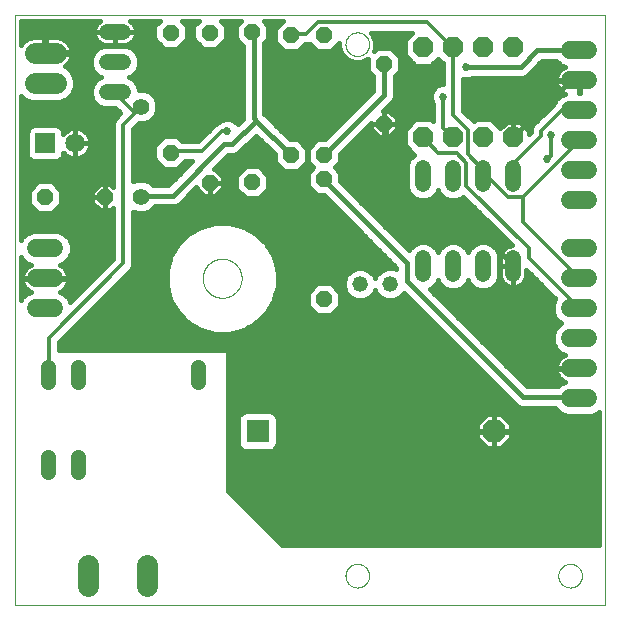
<source format=gbl>
G75*
%MOIN*%
%OFA0B0*%
%FSLAX25Y25*%
%IPPOS*%
%LPD*%
%AMOC8*
5,1,8,0,0,1.08239X$1,22.5*
%
%ADD10C,0.00000*%
%ADD11OC8,0.05200*%
%ADD12C,0.05543*%
%ADD13C,0.05200*%
%ADD14C,0.07050*%
%ADD15OC8,0.06800*%
%ADD16C,0.05200*%
%ADD17R,0.07600X0.07600*%
%ADD18OC8,0.07600*%
%ADD19C,0.05150*%
%ADD20C,0.06000*%
%ADD21C,0.07087*%
%ADD22R,0.06500X0.06500*%
%ADD23C,0.06500*%
%ADD24C,0.01500*%
%ADD25C,0.01600*%
%ADD26C,0.02700*%
%ADD27C,0.01200*%
D10*
X0004541Y0018008D02*
X0201391Y0018008D01*
X0201391Y0214858D01*
X0004541Y0214858D01*
X0004541Y0018008D01*
X0067167Y0127000D02*
X0067169Y0127161D01*
X0067175Y0127321D01*
X0067185Y0127482D01*
X0067199Y0127642D01*
X0067217Y0127802D01*
X0067238Y0127961D01*
X0067264Y0128120D01*
X0067294Y0128278D01*
X0067327Y0128435D01*
X0067365Y0128592D01*
X0067406Y0128747D01*
X0067451Y0128901D01*
X0067500Y0129054D01*
X0067553Y0129206D01*
X0067609Y0129357D01*
X0067670Y0129506D01*
X0067733Y0129654D01*
X0067801Y0129800D01*
X0067872Y0129944D01*
X0067946Y0130086D01*
X0068024Y0130227D01*
X0068106Y0130365D01*
X0068191Y0130502D01*
X0068279Y0130636D01*
X0068371Y0130768D01*
X0068466Y0130898D01*
X0068564Y0131026D01*
X0068665Y0131151D01*
X0068769Y0131273D01*
X0068876Y0131393D01*
X0068986Y0131510D01*
X0069099Y0131625D01*
X0069215Y0131736D01*
X0069334Y0131845D01*
X0069455Y0131950D01*
X0069579Y0132053D01*
X0069705Y0132153D01*
X0069833Y0132249D01*
X0069964Y0132342D01*
X0070098Y0132432D01*
X0070233Y0132519D01*
X0070371Y0132602D01*
X0070510Y0132682D01*
X0070652Y0132758D01*
X0070795Y0132831D01*
X0070940Y0132900D01*
X0071087Y0132966D01*
X0071235Y0133028D01*
X0071385Y0133086D01*
X0071536Y0133141D01*
X0071689Y0133192D01*
X0071843Y0133239D01*
X0071998Y0133282D01*
X0072154Y0133321D01*
X0072310Y0133357D01*
X0072468Y0133388D01*
X0072626Y0133416D01*
X0072785Y0133440D01*
X0072945Y0133460D01*
X0073105Y0133476D01*
X0073265Y0133488D01*
X0073426Y0133496D01*
X0073587Y0133500D01*
X0073747Y0133500D01*
X0073908Y0133496D01*
X0074069Y0133488D01*
X0074229Y0133476D01*
X0074389Y0133460D01*
X0074549Y0133440D01*
X0074708Y0133416D01*
X0074866Y0133388D01*
X0075024Y0133357D01*
X0075180Y0133321D01*
X0075336Y0133282D01*
X0075491Y0133239D01*
X0075645Y0133192D01*
X0075798Y0133141D01*
X0075949Y0133086D01*
X0076099Y0133028D01*
X0076247Y0132966D01*
X0076394Y0132900D01*
X0076539Y0132831D01*
X0076682Y0132758D01*
X0076824Y0132682D01*
X0076963Y0132602D01*
X0077101Y0132519D01*
X0077236Y0132432D01*
X0077370Y0132342D01*
X0077501Y0132249D01*
X0077629Y0132153D01*
X0077755Y0132053D01*
X0077879Y0131950D01*
X0078000Y0131845D01*
X0078119Y0131736D01*
X0078235Y0131625D01*
X0078348Y0131510D01*
X0078458Y0131393D01*
X0078565Y0131273D01*
X0078669Y0131151D01*
X0078770Y0131026D01*
X0078868Y0130898D01*
X0078963Y0130768D01*
X0079055Y0130636D01*
X0079143Y0130502D01*
X0079228Y0130365D01*
X0079310Y0130227D01*
X0079388Y0130086D01*
X0079462Y0129944D01*
X0079533Y0129800D01*
X0079601Y0129654D01*
X0079664Y0129506D01*
X0079725Y0129357D01*
X0079781Y0129206D01*
X0079834Y0129054D01*
X0079883Y0128901D01*
X0079928Y0128747D01*
X0079969Y0128592D01*
X0080007Y0128435D01*
X0080040Y0128278D01*
X0080070Y0128120D01*
X0080096Y0127961D01*
X0080117Y0127802D01*
X0080135Y0127642D01*
X0080149Y0127482D01*
X0080159Y0127321D01*
X0080165Y0127161D01*
X0080167Y0127000D01*
X0080165Y0126839D01*
X0080159Y0126679D01*
X0080149Y0126518D01*
X0080135Y0126358D01*
X0080117Y0126198D01*
X0080096Y0126039D01*
X0080070Y0125880D01*
X0080040Y0125722D01*
X0080007Y0125565D01*
X0079969Y0125408D01*
X0079928Y0125253D01*
X0079883Y0125099D01*
X0079834Y0124946D01*
X0079781Y0124794D01*
X0079725Y0124643D01*
X0079664Y0124494D01*
X0079601Y0124346D01*
X0079533Y0124200D01*
X0079462Y0124056D01*
X0079388Y0123914D01*
X0079310Y0123773D01*
X0079228Y0123635D01*
X0079143Y0123498D01*
X0079055Y0123364D01*
X0078963Y0123232D01*
X0078868Y0123102D01*
X0078770Y0122974D01*
X0078669Y0122849D01*
X0078565Y0122727D01*
X0078458Y0122607D01*
X0078348Y0122490D01*
X0078235Y0122375D01*
X0078119Y0122264D01*
X0078000Y0122155D01*
X0077879Y0122050D01*
X0077755Y0121947D01*
X0077629Y0121847D01*
X0077501Y0121751D01*
X0077370Y0121658D01*
X0077236Y0121568D01*
X0077101Y0121481D01*
X0076963Y0121398D01*
X0076824Y0121318D01*
X0076682Y0121242D01*
X0076539Y0121169D01*
X0076394Y0121100D01*
X0076247Y0121034D01*
X0076099Y0120972D01*
X0075949Y0120914D01*
X0075798Y0120859D01*
X0075645Y0120808D01*
X0075491Y0120761D01*
X0075336Y0120718D01*
X0075180Y0120679D01*
X0075024Y0120643D01*
X0074866Y0120612D01*
X0074708Y0120584D01*
X0074549Y0120560D01*
X0074389Y0120540D01*
X0074229Y0120524D01*
X0074069Y0120512D01*
X0073908Y0120504D01*
X0073747Y0120500D01*
X0073587Y0120500D01*
X0073426Y0120504D01*
X0073265Y0120512D01*
X0073105Y0120524D01*
X0072945Y0120540D01*
X0072785Y0120560D01*
X0072626Y0120584D01*
X0072468Y0120612D01*
X0072310Y0120643D01*
X0072154Y0120679D01*
X0071998Y0120718D01*
X0071843Y0120761D01*
X0071689Y0120808D01*
X0071536Y0120859D01*
X0071385Y0120914D01*
X0071235Y0120972D01*
X0071087Y0121034D01*
X0070940Y0121100D01*
X0070795Y0121169D01*
X0070652Y0121242D01*
X0070510Y0121318D01*
X0070371Y0121398D01*
X0070233Y0121481D01*
X0070098Y0121568D01*
X0069964Y0121658D01*
X0069833Y0121751D01*
X0069705Y0121847D01*
X0069579Y0121947D01*
X0069455Y0122050D01*
X0069334Y0122155D01*
X0069215Y0122264D01*
X0069099Y0122375D01*
X0068986Y0122490D01*
X0068876Y0122607D01*
X0068769Y0122727D01*
X0068665Y0122849D01*
X0068564Y0122974D01*
X0068466Y0123102D01*
X0068371Y0123232D01*
X0068279Y0123364D01*
X0068191Y0123498D01*
X0068106Y0123635D01*
X0068024Y0123773D01*
X0067946Y0123914D01*
X0067872Y0124056D01*
X0067801Y0124200D01*
X0067733Y0124346D01*
X0067670Y0124494D01*
X0067609Y0124643D01*
X0067553Y0124794D01*
X0067500Y0124946D01*
X0067451Y0125099D01*
X0067406Y0125253D01*
X0067365Y0125408D01*
X0067327Y0125565D01*
X0067294Y0125722D01*
X0067264Y0125880D01*
X0067238Y0126039D01*
X0067217Y0126198D01*
X0067199Y0126358D01*
X0067185Y0126518D01*
X0067175Y0126679D01*
X0067169Y0126839D01*
X0067167Y0127000D01*
X0114777Y0205016D02*
X0114779Y0205141D01*
X0114785Y0205266D01*
X0114795Y0205390D01*
X0114809Y0205514D01*
X0114826Y0205638D01*
X0114848Y0205761D01*
X0114874Y0205883D01*
X0114903Y0206005D01*
X0114936Y0206125D01*
X0114974Y0206244D01*
X0115014Y0206363D01*
X0115059Y0206479D01*
X0115107Y0206594D01*
X0115159Y0206708D01*
X0115215Y0206820D01*
X0115274Y0206930D01*
X0115336Y0207038D01*
X0115402Y0207145D01*
X0115471Y0207249D01*
X0115544Y0207350D01*
X0115619Y0207450D01*
X0115698Y0207547D01*
X0115780Y0207641D01*
X0115865Y0207733D01*
X0115952Y0207822D01*
X0116043Y0207908D01*
X0116136Y0207991D01*
X0116232Y0208072D01*
X0116330Y0208149D01*
X0116430Y0208223D01*
X0116533Y0208294D01*
X0116638Y0208361D01*
X0116746Y0208426D01*
X0116855Y0208486D01*
X0116966Y0208544D01*
X0117079Y0208597D01*
X0117193Y0208647D01*
X0117309Y0208694D01*
X0117426Y0208736D01*
X0117545Y0208775D01*
X0117665Y0208811D01*
X0117786Y0208842D01*
X0117908Y0208870D01*
X0118030Y0208893D01*
X0118154Y0208913D01*
X0118278Y0208929D01*
X0118402Y0208941D01*
X0118527Y0208949D01*
X0118652Y0208953D01*
X0118776Y0208953D01*
X0118901Y0208949D01*
X0119026Y0208941D01*
X0119150Y0208929D01*
X0119274Y0208913D01*
X0119398Y0208893D01*
X0119520Y0208870D01*
X0119642Y0208842D01*
X0119763Y0208811D01*
X0119883Y0208775D01*
X0120002Y0208736D01*
X0120119Y0208694D01*
X0120235Y0208647D01*
X0120349Y0208597D01*
X0120462Y0208544D01*
X0120573Y0208486D01*
X0120683Y0208426D01*
X0120790Y0208361D01*
X0120895Y0208294D01*
X0120998Y0208223D01*
X0121098Y0208149D01*
X0121196Y0208072D01*
X0121292Y0207991D01*
X0121385Y0207908D01*
X0121476Y0207822D01*
X0121563Y0207733D01*
X0121648Y0207641D01*
X0121730Y0207547D01*
X0121809Y0207450D01*
X0121884Y0207350D01*
X0121957Y0207249D01*
X0122026Y0207145D01*
X0122092Y0207038D01*
X0122154Y0206930D01*
X0122213Y0206820D01*
X0122269Y0206708D01*
X0122321Y0206594D01*
X0122369Y0206479D01*
X0122414Y0206363D01*
X0122454Y0206244D01*
X0122492Y0206125D01*
X0122525Y0206005D01*
X0122554Y0205883D01*
X0122580Y0205761D01*
X0122602Y0205638D01*
X0122619Y0205514D01*
X0122633Y0205390D01*
X0122643Y0205266D01*
X0122649Y0205141D01*
X0122651Y0205016D01*
X0122649Y0204891D01*
X0122643Y0204766D01*
X0122633Y0204642D01*
X0122619Y0204518D01*
X0122602Y0204394D01*
X0122580Y0204271D01*
X0122554Y0204149D01*
X0122525Y0204027D01*
X0122492Y0203907D01*
X0122454Y0203788D01*
X0122414Y0203669D01*
X0122369Y0203553D01*
X0122321Y0203438D01*
X0122269Y0203324D01*
X0122213Y0203212D01*
X0122154Y0203102D01*
X0122092Y0202994D01*
X0122026Y0202887D01*
X0121957Y0202783D01*
X0121884Y0202682D01*
X0121809Y0202582D01*
X0121730Y0202485D01*
X0121648Y0202391D01*
X0121563Y0202299D01*
X0121476Y0202210D01*
X0121385Y0202124D01*
X0121292Y0202041D01*
X0121196Y0201960D01*
X0121098Y0201883D01*
X0120998Y0201809D01*
X0120895Y0201738D01*
X0120790Y0201671D01*
X0120682Y0201606D01*
X0120573Y0201546D01*
X0120462Y0201488D01*
X0120349Y0201435D01*
X0120235Y0201385D01*
X0120119Y0201338D01*
X0120002Y0201296D01*
X0119883Y0201257D01*
X0119763Y0201221D01*
X0119642Y0201190D01*
X0119520Y0201162D01*
X0119398Y0201139D01*
X0119274Y0201119D01*
X0119150Y0201103D01*
X0119026Y0201091D01*
X0118901Y0201083D01*
X0118776Y0201079D01*
X0118652Y0201079D01*
X0118527Y0201083D01*
X0118402Y0201091D01*
X0118278Y0201103D01*
X0118154Y0201119D01*
X0118030Y0201139D01*
X0117908Y0201162D01*
X0117786Y0201190D01*
X0117665Y0201221D01*
X0117545Y0201257D01*
X0117426Y0201296D01*
X0117309Y0201338D01*
X0117193Y0201385D01*
X0117079Y0201435D01*
X0116966Y0201488D01*
X0116855Y0201546D01*
X0116745Y0201606D01*
X0116638Y0201671D01*
X0116533Y0201738D01*
X0116430Y0201809D01*
X0116330Y0201883D01*
X0116232Y0201960D01*
X0116136Y0202041D01*
X0116043Y0202124D01*
X0115952Y0202210D01*
X0115865Y0202299D01*
X0115780Y0202391D01*
X0115698Y0202485D01*
X0115619Y0202582D01*
X0115544Y0202682D01*
X0115471Y0202783D01*
X0115402Y0202887D01*
X0115336Y0202994D01*
X0115274Y0203102D01*
X0115215Y0203212D01*
X0115159Y0203324D01*
X0115107Y0203438D01*
X0115059Y0203553D01*
X0115014Y0203669D01*
X0114974Y0203788D01*
X0114936Y0203907D01*
X0114903Y0204027D01*
X0114874Y0204149D01*
X0114848Y0204271D01*
X0114826Y0204394D01*
X0114809Y0204518D01*
X0114795Y0204642D01*
X0114785Y0204766D01*
X0114779Y0204891D01*
X0114777Y0205016D01*
X0114777Y0027850D02*
X0114779Y0027975D01*
X0114785Y0028100D01*
X0114795Y0028224D01*
X0114809Y0028348D01*
X0114826Y0028472D01*
X0114848Y0028595D01*
X0114874Y0028717D01*
X0114903Y0028839D01*
X0114936Y0028959D01*
X0114974Y0029078D01*
X0115014Y0029197D01*
X0115059Y0029313D01*
X0115107Y0029428D01*
X0115159Y0029542D01*
X0115215Y0029654D01*
X0115274Y0029764D01*
X0115336Y0029872D01*
X0115402Y0029979D01*
X0115471Y0030083D01*
X0115544Y0030184D01*
X0115619Y0030284D01*
X0115698Y0030381D01*
X0115780Y0030475D01*
X0115865Y0030567D01*
X0115952Y0030656D01*
X0116043Y0030742D01*
X0116136Y0030825D01*
X0116232Y0030906D01*
X0116330Y0030983D01*
X0116430Y0031057D01*
X0116533Y0031128D01*
X0116638Y0031195D01*
X0116746Y0031260D01*
X0116855Y0031320D01*
X0116966Y0031378D01*
X0117079Y0031431D01*
X0117193Y0031481D01*
X0117309Y0031528D01*
X0117426Y0031570D01*
X0117545Y0031609D01*
X0117665Y0031645D01*
X0117786Y0031676D01*
X0117908Y0031704D01*
X0118030Y0031727D01*
X0118154Y0031747D01*
X0118278Y0031763D01*
X0118402Y0031775D01*
X0118527Y0031783D01*
X0118652Y0031787D01*
X0118776Y0031787D01*
X0118901Y0031783D01*
X0119026Y0031775D01*
X0119150Y0031763D01*
X0119274Y0031747D01*
X0119398Y0031727D01*
X0119520Y0031704D01*
X0119642Y0031676D01*
X0119763Y0031645D01*
X0119883Y0031609D01*
X0120002Y0031570D01*
X0120119Y0031528D01*
X0120235Y0031481D01*
X0120349Y0031431D01*
X0120462Y0031378D01*
X0120573Y0031320D01*
X0120683Y0031260D01*
X0120790Y0031195D01*
X0120895Y0031128D01*
X0120998Y0031057D01*
X0121098Y0030983D01*
X0121196Y0030906D01*
X0121292Y0030825D01*
X0121385Y0030742D01*
X0121476Y0030656D01*
X0121563Y0030567D01*
X0121648Y0030475D01*
X0121730Y0030381D01*
X0121809Y0030284D01*
X0121884Y0030184D01*
X0121957Y0030083D01*
X0122026Y0029979D01*
X0122092Y0029872D01*
X0122154Y0029764D01*
X0122213Y0029654D01*
X0122269Y0029542D01*
X0122321Y0029428D01*
X0122369Y0029313D01*
X0122414Y0029197D01*
X0122454Y0029078D01*
X0122492Y0028959D01*
X0122525Y0028839D01*
X0122554Y0028717D01*
X0122580Y0028595D01*
X0122602Y0028472D01*
X0122619Y0028348D01*
X0122633Y0028224D01*
X0122643Y0028100D01*
X0122649Y0027975D01*
X0122651Y0027850D01*
X0122649Y0027725D01*
X0122643Y0027600D01*
X0122633Y0027476D01*
X0122619Y0027352D01*
X0122602Y0027228D01*
X0122580Y0027105D01*
X0122554Y0026983D01*
X0122525Y0026861D01*
X0122492Y0026741D01*
X0122454Y0026622D01*
X0122414Y0026503D01*
X0122369Y0026387D01*
X0122321Y0026272D01*
X0122269Y0026158D01*
X0122213Y0026046D01*
X0122154Y0025936D01*
X0122092Y0025828D01*
X0122026Y0025721D01*
X0121957Y0025617D01*
X0121884Y0025516D01*
X0121809Y0025416D01*
X0121730Y0025319D01*
X0121648Y0025225D01*
X0121563Y0025133D01*
X0121476Y0025044D01*
X0121385Y0024958D01*
X0121292Y0024875D01*
X0121196Y0024794D01*
X0121098Y0024717D01*
X0120998Y0024643D01*
X0120895Y0024572D01*
X0120790Y0024505D01*
X0120682Y0024440D01*
X0120573Y0024380D01*
X0120462Y0024322D01*
X0120349Y0024269D01*
X0120235Y0024219D01*
X0120119Y0024172D01*
X0120002Y0024130D01*
X0119883Y0024091D01*
X0119763Y0024055D01*
X0119642Y0024024D01*
X0119520Y0023996D01*
X0119398Y0023973D01*
X0119274Y0023953D01*
X0119150Y0023937D01*
X0119026Y0023925D01*
X0118901Y0023917D01*
X0118776Y0023913D01*
X0118652Y0023913D01*
X0118527Y0023917D01*
X0118402Y0023925D01*
X0118278Y0023937D01*
X0118154Y0023953D01*
X0118030Y0023973D01*
X0117908Y0023996D01*
X0117786Y0024024D01*
X0117665Y0024055D01*
X0117545Y0024091D01*
X0117426Y0024130D01*
X0117309Y0024172D01*
X0117193Y0024219D01*
X0117079Y0024269D01*
X0116966Y0024322D01*
X0116855Y0024380D01*
X0116745Y0024440D01*
X0116638Y0024505D01*
X0116533Y0024572D01*
X0116430Y0024643D01*
X0116330Y0024717D01*
X0116232Y0024794D01*
X0116136Y0024875D01*
X0116043Y0024958D01*
X0115952Y0025044D01*
X0115865Y0025133D01*
X0115780Y0025225D01*
X0115698Y0025319D01*
X0115619Y0025416D01*
X0115544Y0025516D01*
X0115471Y0025617D01*
X0115402Y0025721D01*
X0115336Y0025828D01*
X0115274Y0025936D01*
X0115215Y0026046D01*
X0115159Y0026158D01*
X0115107Y0026272D01*
X0115059Y0026387D01*
X0115014Y0026503D01*
X0114974Y0026622D01*
X0114936Y0026741D01*
X0114903Y0026861D01*
X0114874Y0026983D01*
X0114848Y0027105D01*
X0114826Y0027228D01*
X0114809Y0027352D01*
X0114795Y0027476D01*
X0114785Y0027600D01*
X0114779Y0027725D01*
X0114777Y0027850D01*
X0185730Y0027850D02*
X0185732Y0027975D01*
X0185738Y0028100D01*
X0185748Y0028224D01*
X0185762Y0028348D01*
X0185779Y0028472D01*
X0185801Y0028595D01*
X0185827Y0028717D01*
X0185856Y0028839D01*
X0185889Y0028959D01*
X0185927Y0029078D01*
X0185967Y0029197D01*
X0186012Y0029313D01*
X0186060Y0029428D01*
X0186112Y0029542D01*
X0186168Y0029654D01*
X0186227Y0029764D01*
X0186289Y0029872D01*
X0186355Y0029979D01*
X0186424Y0030083D01*
X0186497Y0030184D01*
X0186572Y0030284D01*
X0186651Y0030381D01*
X0186733Y0030475D01*
X0186818Y0030567D01*
X0186905Y0030656D01*
X0186996Y0030742D01*
X0187089Y0030825D01*
X0187185Y0030906D01*
X0187283Y0030983D01*
X0187383Y0031057D01*
X0187486Y0031128D01*
X0187591Y0031195D01*
X0187699Y0031260D01*
X0187808Y0031320D01*
X0187919Y0031378D01*
X0188032Y0031431D01*
X0188146Y0031481D01*
X0188262Y0031528D01*
X0188379Y0031570D01*
X0188498Y0031609D01*
X0188618Y0031645D01*
X0188739Y0031676D01*
X0188861Y0031704D01*
X0188983Y0031727D01*
X0189107Y0031747D01*
X0189231Y0031763D01*
X0189355Y0031775D01*
X0189480Y0031783D01*
X0189605Y0031787D01*
X0189729Y0031787D01*
X0189854Y0031783D01*
X0189979Y0031775D01*
X0190103Y0031763D01*
X0190227Y0031747D01*
X0190351Y0031727D01*
X0190473Y0031704D01*
X0190595Y0031676D01*
X0190716Y0031645D01*
X0190836Y0031609D01*
X0190955Y0031570D01*
X0191072Y0031528D01*
X0191188Y0031481D01*
X0191302Y0031431D01*
X0191415Y0031378D01*
X0191526Y0031320D01*
X0191636Y0031260D01*
X0191743Y0031195D01*
X0191848Y0031128D01*
X0191951Y0031057D01*
X0192051Y0030983D01*
X0192149Y0030906D01*
X0192245Y0030825D01*
X0192338Y0030742D01*
X0192429Y0030656D01*
X0192516Y0030567D01*
X0192601Y0030475D01*
X0192683Y0030381D01*
X0192762Y0030284D01*
X0192837Y0030184D01*
X0192910Y0030083D01*
X0192979Y0029979D01*
X0193045Y0029872D01*
X0193107Y0029764D01*
X0193166Y0029654D01*
X0193222Y0029542D01*
X0193274Y0029428D01*
X0193322Y0029313D01*
X0193367Y0029197D01*
X0193407Y0029078D01*
X0193445Y0028959D01*
X0193478Y0028839D01*
X0193507Y0028717D01*
X0193533Y0028595D01*
X0193555Y0028472D01*
X0193572Y0028348D01*
X0193586Y0028224D01*
X0193596Y0028100D01*
X0193602Y0027975D01*
X0193604Y0027850D01*
X0193602Y0027725D01*
X0193596Y0027600D01*
X0193586Y0027476D01*
X0193572Y0027352D01*
X0193555Y0027228D01*
X0193533Y0027105D01*
X0193507Y0026983D01*
X0193478Y0026861D01*
X0193445Y0026741D01*
X0193407Y0026622D01*
X0193367Y0026503D01*
X0193322Y0026387D01*
X0193274Y0026272D01*
X0193222Y0026158D01*
X0193166Y0026046D01*
X0193107Y0025936D01*
X0193045Y0025828D01*
X0192979Y0025721D01*
X0192910Y0025617D01*
X0192837Y0025516D01*
X0192762Y0025416D01*
X0192683Y0025319D01*
X0192601Y0025225D01*
X0192516Y0025133D01*
X0192429Y0025044D01*
X0192338Y0024958D01*
X0192245Y0024875D01*
X0192149Y0024794D01*
X0192051Y0024717D01*
X0191951Y0024643D01*
X0191848Y0024572D01*
X0191743Y0024505D01*
X0191635Y0024440D01*
X0191526Y0024380D01*
X0191415Y0024322D01*
X0191302Y0024269D01*
X0191188Y0024219D01*
X0191072Y0024172D01*
X0190955Y0024130D01*
X0190836Y0024091D01*
X0190716Y0024055D01*
X0190595Y0024024D01*
X0190473Y0023996D01*
X0190351Y0023973D01*
X0190227Y0023953D01*
X0190103Y0023937D01*
X0189979Y0023925D01*
X0189854Y0023917D01*
X0189729Y0023913D01*
X0189605Y0023913D01*
X0189480Y0023917D01*
X0189355Y0023925D01*
X0189231Y0023937D01*
X0189107Y0023953D01*
X0188983Y0023973D01*
X0188861Y0023996D01*
X0188739Y0024024D01*
X0188618Y0024055D01*
X0188498Y0024091D01*
X0188379Y0024130D01*
X0188262Y0024172D01*
X0188146Y0024219D01*
X0188032Y0024269D01*
X0187919Y0024322D01*
X0187808Y0024380D01*
X0187698Y0024440D01*
X0187591Y0024505D01*
X0187486Y0024572D01*
X0187383Y0024643D01*
X0187283Y0024717D01*
X0187185Y0024794D01*
X0187089Y0024875D01*
X0186996Y0024958D01*
X0186905Y0025044D01*
X0186818Y0025133D01*
X0186733Y0025225D01*
X0186651Y0025319D01*
X0186572Y0025416D01*
X0186497Y0025516D01*
X0186424Y0025617D01*
X0186355Y0025721D01*
X0186289Y0025828D01*
X0186227Y0025936D01*
X0186168Y0026046D01*
X0186112Y0026158D01*
X0186060Y0026272D01*
X0186012Y0026387D01*
X0185967Y0026503D01*
X0185927Y0026622D01*
X0185889Y0026741D01*
X0185856Y0026861D01*
X0185827Y0026983D01*
X0185801Y0027105D01*
X0185779Y0027228D01*
X0185762Y0027352D01*
X0185748Y0027476D01*
X0185738Y0027600D01*
X0185732Y0027725D01*
X0185730Y0027850D01*
D11*
X0107667Y0120000D03*
X0107667Y0160000D03*
X0107667Y0168000D03*
X0096667Y0168000D03*
X0083698Y0159000D03*
X0069509Y0158906D03*
X0056509Y0168906D03*
X0034667Y0154000D03*
X0014667Y0154000D03*
X0056509Y0208906D03*
X0069509Y0208906D03*
X0083698Y0209000D03*
X0096667Y0208000D03*
X0107667Y0208000D03*
X0127619Y0198449D03*
X0127619Y0178449D03*
D12*
X0046509Y0184220D03*
X0046509Y0154220D03*
D13*
X0040550Y0189094D02*
X0035350Y0189094D01*
X0035350Y0199094D02*
X0040550Y0199094D01*
X0040550Y0209094D02*
X0035350Y0209094D01*
X0140667Y0163600D02*
X0140667Y0158400D01*
X0150667Y0158400D02*
X0150667Y0163600D01*
X0160667Y0163600D02*
X0160667Y0158400D01*
X0170667Y0158400D02*
X0170667Y0163600D01*
X0170667Y0133600D02*
X0170667Y0128400D01*
X0160667Y0128400D02*
X0160667Y0133600D01*
X0150667Y0133600D02*
X0150667Y0128400D01*
X0140667Y0128400D02*
X0140667Y0133600D01*
D14*
X0048509Y0031525D02*
X0048509Y0024475D01*
X0028824Y0024475D02*
X0028824Y0031525D01*
D15*
X0140667Y0174000D03*
X0150667Y0174000D03*
X0160667Y0174000D03*
X0170667Y0174000D03*
X0170667Y0204000D03*
X0160667Y0204000D03*
X0150667Y0204000D03*
X0140667Y0204000D03*
D16*
X0129667Y0125000D03*
X0119667Y0125000D03*
D17*
X0085549Y0076000D03*
D18*
X0164289Y0076000D03*
D19*
X0065667Y0092425D02*
X0065667Y0097575D01*
X0025667Y0097575D02*
X0025667Y0092425D01*
X0015667Y0092425D02*
X0015667Y0097575D01*
X0015667Y0067575D02*
X0015667Y0062425D01*
X0025667Y0062425D02*
X0025667Y0067575D01*
D20*
X0017667Y0117000D02*
X0011667Y0117000D01*
X0011667Y0127000D02*
X0017667Y0127000D01*
X0017667Y0137000D02*
X0011667Y0137000D01*
X0189667Y0137000D02*
X0195667Y0137000D01*
X0195667Y0127000D02*
X0189667Y0127000D01*
X0189667Y0117000D02*
X0195667Y0117000D01*
X0195667Y0107000D02*
X0189667Y0107000D01*
X0189667Y0097000D02*
X0195667Y0097000D01*
X0195667Y0087000D02*
X0189667Y0087000D01*
X0189667Y0153000D02*
X0195667Y0153000D01*
X0195667Y0163000D02*
X0189667Y0163000D01*
X0189667Y0173000D02*
X0195667Y0173000D01*
X0195667Y0183000D02*
X0189667Y0183000D01*
X0189667Y0193000D02*
X0195667Y0193000D01*
X0195667Y0203000D02*
X0189667Y0203000D01*
D21*
X0018210Y0202000D02*
X0011123Y0202000D01*
X0011123Y0192000D02*
X0018210Y0192000D01*
D22*
X0014667Y0172000D03*
D23*
X0024667Y0172000D03*
D24*
X0046767Y0154550D02*
X0046509Y0154220D01*
X0046767Y0154550D02*
X0057217Y0154550D01*
X0074267Y0171600D01*
X0077017Y0171600D01*
X0084992Y0179575D01*
X0084167Y0180400D01*
X0084167Y0209000D01*
X0083698Y0209000D01*
X0084992Y0179575D02*
X0096267Y0168300D01*
X0096667Y0168000D01*
X0107667Y0168000D02*
X0107817Y0168300D01*
X0127617Y0188100D01*
X0127617Y0198000D01*
X0127619Y0198449D01*
X0127619Y0178449D02*
X0128167Y0178200D01*
X0128167Y0162800D01*
X0151817Y0139150D01*
X0162817Y0139150D01*
X0170517Y0131450D01*
X0170667Y0131000D01*
X0135317Y0132000D02*
X0135317Y0125950D01*
X0173817Y0087450D01*
X0192517Y0087450D01*
X0192667Y0087000D01*
X0135317Y0132000D02*
X0107817Y0159500D01*
X0107667Y0160000D01*
X0155117Y0197450D02*
X0173267Y0197450D01*
X0178767Y0202950D01*
X0192517Y0202950D01*
X0192667Y0203000D01*
X0192667Y0193000D02*
X0192517Y0192500D01*
X0189217Y0192500D01*
X0171067Y0174350D01*
X0170667Y0174000D01*
D25*
X0170667Y0174000D01*
X0170667Y0179200D01*
X0172821Y0179200D01*
X0175867Y0176154D01*
X0175867Y0175158D01*
X0176467Y0175758D01*
X0176467Y0176676D01*
X0176984Y0177926D01*
X0183584Y0184526D01*
X0184330Y0185271D01*
X0184750Y0186285D01*
X0186381Y0187917D01*
X0187874Y0188535D01*
X0187824Y0188552D01*
X0187151Y0188895D01*
X0186540Y0189339D01*
X0186005Y0189873D01*
X0185561Y0190484D01*
X0185218Y0191157D01*
X0184985Y0191876D01*
X0184867Y0192622D01*
X0184867Y0192800D01*
X0192467Y0192800D01*
X0192867Y0192800D01*
X0192867Y0188800D01*
X0192467Y0188800D01*
X0192467Y0192800D01*
X0192467Y0193200D01*
X0184867Y0193200D01*
X0184867Y0193378D01*
X0184985Y0194124D01*
X0185218Y0194843D01*
X0185561Y0195516D01*
X0186005Y0196127D01*
X0186540Y0196661D01*
X0187151Y0197105D01*
X0187824Y0197448D01*
X0187874Y0197465D01*
X0186381Y0198083D01*
X0185064Y0199400D01*
X0180237Y0199400D01*
X0176276Y0195439D01*
X0175278Y0194440D01*
X0173973Y0193900D01*
X0157391Y0193900D01*
X0155942Y0193300D01*
X0154291Y0193300D01*
X0154117Y0193372D01*
X0154117Y0182908D01*
X0157462Y0179563D01*
X0158099Y0180200D01*
X0163235Y0180200D01*
X0166374Y0177061D01*
X0168513Y0179200D01*
X0170667Y0179200D01*
X0170667Y0174000D01*
X0170667Y0174617D02*
X0170667Y0174617D01*
X0170667Y0176215D02*
X0170667Y0176215D01*
X0170667Y0177814D02*
X0170667Y0177814D01*
X0174207Y0177814D02*
X0176938Y0177814D01*
X0176467Y0176215D02*
X0175805Y0176215D01*
X0178471Y0179412D02*
X0164022Y0179412D01*
X0165621Y0177814D02*
X0167127Y0177814D01*
X0156014Y0181011D02*
X0180069Y0181011D01*
X0181668Y0182609D02*
X0154416Y0182609D01*
X0154117Y0184208D02*
X0183266Y0184208D01*
X0184551Y0185806D02*
X0154117Y0185806D01*
X0154117Y0187405D02*
X0185869Y0187405D01*
X0187001Y0189003D02*
X0154117Y0189003D01*
X0154117Y0190602D02*
X0185501Y0190602D01*
X0184933Y0192201D02*
X0154117Y0192201D01*
X0157147Y0193799D02*
X0184933Y0193799D01*
X0185501Y0195398D02*
X0176235Y0195398D01*
X0177833Y0196996D02*
X0187001Y0196996D01*
X0185870Y0198595D02*
X0179432Y0198595D01*
X0192467Y0192201D02*
X0192867Y0192201D01*
X0192867Y0190602D02*
X0192467Y0190602D01*
X0192467Y0189003D02*
X0192867Y0189003D01*
X0155921Y0152238D02*
X0120099Y0152238D01*
X0118501Y0153836D02*
X0137594Y0153836D01*
X0137608Y0153822D02*
X0139593Y0153000D01*
X0141741Y0153000D01*
X0143726Y0153822D01*
X0145245Y0155341D01*
X0145667Y0156360D01*
X0146089Y0155341D01*
X0147608Y0153822D01*
X0149593Y0153000D01*
X0151741Y0153000D01*
X0153726Y0153822D01*
X0154031Y0154127D01*
X0170181Y0137978D01*
X0169636Y0137892D01*
X0168978Y0137678D01*
X0168361Y0137363D01*
X0167800Y0136956D01*
X0167311Y0136466D01*
X0166903Y0135906D01*
X0166589Y0135289D01*
X0166375Y0134630D01*
X0166267Y0133946D01*
X0166267Y0131000D01*
X0166267Y0128054D01*
X0166375Y0127370D01*
X0166589Y0126711D01*
X0166903Y0126094D01*
X0167311Y0125534D01*
X0167800Y0125044D01*
X0168361Y0124637D01*
X0168978Y0124322D01*
X0169636Y0124108D01*
X0170320Y0124000D01*
X0170667Y0124000D01*
X0171013Y0124000D01*
X0171697Y0124108D01*
X0172356Y0124322D01*
X0172973Y0124637D01*
X0173533Y0125044D01*
X0174023Y0125534D01*
X0174430Y0126094D01*
X0174744Y0126711D01*
X0174958Y0127370D01*
X0175067Y0128054D01*
X0175067Y0129792D01*
X0184698Y0120160D01*
X0183867Y0118154D01*
X0183867Y0115846D01*
X0184750Y0113715D01*
X0186381Y0112083D01*
X0186582Y0112000D01*
X0186381Y0111917D01*
X0184750Y0110285D01*
X0183867Y0108154D01*
X0183867Y0105846D01*
X0184750Y0103715D01*
X0186381Y0102083D01*
X0187874Y0101465D01*
X0187824Y0101448D01*
X0187151Y0101105D01*
X0186540Y0100661D01*
X0186005Y0100127D01*
X0185561Y0099516D01*
X0185218Y0098843D01*
X0184985Y0098124D01*
X0184867Y0097378D01*
X0184867Y0097200D01*
X0192467Y0097200D01*
X0192467Y0096800D01*
X0184867Y0096800D01*
X0184867Y0096622D01*
X0184985Y0095876D01*
X0185218Y0095157D01*
X0185561Y0094484D01*
X0186005Y0093873D01*
X0186540Y0093339D01*
X0187151Y0092895D01*
X0187824Y0092552D01*
X0187874Y0092535D01*
X0186381Y0091917D01*
X0185464Y0091000D01*
X0175287Y0091000D01*
X0142834Y0123453D01*
X0143726Y0123822D01*
X0145245Y0125341D01*
X0145667Y0126360D01*
X0146089Y0125341D01*
X0147608Y0123822D01*
X0149593Y0123000D01*
X0151741Y0123000D01*
X0153726Y0123822D01*
X0155245Y0125341D01*
X0155667Y0126360D01*
X0156089Y0125341D01*
X0157608Y0123822D01*
X0159593Y0123000D01*
X0161741Y0123000D01*
X0163726Y0123822D01*
X0165245Y0125341D01*
X0166067Y0127326D01*
X0166067Y0134674D01*
X0165245Y0136659D01*
X0163726Y0138178D01*
X0161741Y0139000D01*
X0159593Y0139000D01*
X0157608Y0138178D01*
X0156089Y0136659D01*
X0155667Y0135640D01*
X0155245Y0136659D01*
X0153726Y0138178D01*
X0151741Y0139000D01*
X0149593Y0139000D01*
X0147608Y0138178D01*
X0146089Y0136659D01*
X0145667Y0135640D01*
X0145245Y0136659D01*
X0143726Y0138178D01*
X0141741Y0139000D01*
X0139593Y0139000D01*
X0137608Y0138178D01*
X0136089Y0136659D01*
X0135969Y0136369D01*
X0113067Y0159270D01*
X0113067Y0162237D01*
X0111303Y0164000D01*
X0113067Y0165763D01*
X0113067Y0168530D01*
X0123219Y0178682D01*
X0123219Y0178449D01*
X0127619Y0178449D01*
X0127619Y0178449D01*
X0127619Y0182849D01*
X0127386Y0182849D01*
X0129628Y0185090D01*
X0130626Y0186089D01*
X0131167Y0187394D01*
X0131167Y0194359D01*
X0133019Y0196212D01*
X0133019Y0200686D01*
X0129856Y0203849D01*
X0125383Y0203849D01*
X0124143Y0202609D01*
X0124651Y0203835D01*
X0124651Y0206197D01*
X0123747Y0208379D01*
X0123226Y0208900D01*
X0136799Y0208900D01*
X0134467Y0206568D01*
X0134467Y0201432D01*
X0138099Y0197800D01*
X0143235Y0197800D01*
X0145667Y0200232D01*
X0147317Y0198582D01*
X0147317Y0191700D01*
X0146591Y0191700D01*
X0145066Y0191068D01*
X0143898Y0189901D01*
X0143267Y0188375D01*
X0143267Y0186725D01*
X0143898Y0185199D01*
X0144017Y0185081D01*
X0144017Y0179418D01*
X0143235Y0180200D01*
X0138099Y0180200D01*
X0134467Y0176568D01*
X0134467Y0171432D01*
X0137688Y0168211D01*
X0137608Y0168178D01*
X0136089Y0166659D01*
X0135267Y0164674D01*
X0135267Y0157326D01*
X0136089Y0155341D01*
X0137608Y0153822D01*
X0136050Y0155435D02*
X0116902Y0155435D01*
X0115304Y0157033D02*
X0135388Y0157033D01*
X0135267Y0158632D02*
X0113705Y0158632D01*
X0113067Y0160230D02*
X0135267Y0160230D01*
X0135267Y0161829D02*
X0113067Y0161829D01*
X0111876Y0163427D02*
X0135267Y0163427D01*
X0135412Y0165026D02*
X0112329Y0165026D01*
X0113067Y0166624D02*
X0136074Y0166624D01*
X0137676Y0168223D02*
X0113067Y0168223D01*
X0114358Y0169821D02*
X0136077Y0169821D01*
X0134479Y0171420D02*
X0115957Y0171420D01*
X0117555Y0173018D02*
X0134467Y0173018D01*
X0134467Y0174617D02*
X0130010Y0174617D01*
X0129442Y0174049D02*
X0132019Y0176626D01*
X0132019Y0178449D01*
X0132019Y0180271D01*
X0129442Y0182849D01*
X0127619Y0182849D01*
X0127619Y0178449D01*
X0127619Y0178449D01*
X0123219Y0178449D01*
X0123219Y0176626D01*
X0125797Y0174049D01*
X0127619Y0174049D01*
X0127619Y0178449D01*
X0127619Y0178449D01*
X0127620Y0178449D02*
X0132019Y0178449D01*
X0127620Y0178449D01*
X0127620Y0178449D01*
X0127619Y0178449D02*
X0127619Y0174049D01*
X0129442Y0174049D01*
X0127619Y0174617D02*
X0127619Y0174617D01*
X0127619Y0176215D02*
X0127619Y0176215D01*
X0127619Y0177814D02*
X0127619Y0177814D01*
X0127619Y0179412D02*
X0127619Y0179412D01*
X0127619Y0181011D02*
X0127619Y0181011D01*
X0127619Y0182609D02*
X0127619Y0182609D01*
X0128745Y0184208D02*
X0144017Y0184208D01*
X0144017Y0182609D02*
X0129681Y0182609D01*
X0131280Y0181011D02*
X0144017Y0181011D01*
X0143647Y0185806D02*
X0130344Y0185806D01*
X0129628Y0185090D02*
X0129628Y0185090D01*
X0131167Y0187405D02*
X0143267Y0187405D01*
X0143527Y0189003D02*
X0131167Y0189003D01*
X0131167Y0190602D02*
X0144600Y0190602D01*
X0147317Y0192201D02*
X0131167Y0192201D01*
X0131167Y0193799D02*
X0147317Y0193799D01*
X0147317Y0195398D02*
X0132205Y0195398D01*
X0133019Y0196996D02*
X0147317Y0196996D01*
X0147304Y0198595D02*
X0144029Y0198595D01*
X0145628Y0200193D02*
X0145705Y0200193D01*
X0137304Y0198595D02*
X0133019Y0198595D01*
X0133019Y0200193D02*
X0135705Y0200193D01*
X0134467Y0201792D02*
X0131913Y0201792D01*
X0130315Y0203390D02*
X0134467Y0203390D01*
X0134467Y0204989D02*
X0124651Y0204989D01*
X0124489Y0206587D02*
X0134486Y0206587D01*
X0136084Y0208186D02*
X0123827Y0208186D01*
X0124467Y0203390D02*
X0124924Y0203390D01*
X0122219Y0200125D02*
X0122219Y0196212D01*
X0124067Y0194365D01*
X0124067Y0189570D01*
X0107896Y0173400D01*
X0105430Y0173400D01*
X0102267Y0170237D01*
X0102267Y0165763D01*
X0104030Y0164000D01*
X0102267Y0162237D01*
X0102267Y0157763D01*
X0105430Y0154600D01*
X0107696Y0154600D01*
X0131767Y0130530D01*
X0131767Y0129975D01*
X0130741Y0130400D01*
X0128593Y0130400D01*
X0126608Y0129578D01*
X0125089Y0128059D01*
X0124667Y0127040D01*
X0124245Y0128059D01*
X0122726Y0129578D01*
X0120741Y0130400D01*
X0118593Y0130400D01*
X0116608Y0129578D01*
X0115089Y0128059D01*
X0114267Y0126074D01*
X0114267Y0123926D01*
X0115089Y0121941D01*
X0116608Y0120422D01*
X0118593Y0119600D01*
X0120741Y0119600D01*
X0122726Y0120422D01*
X0124245Y0121941D01*
X0124667Y0122960D01*
X0125089Y0121941D01*
X0126608Y0120422D01*
X0128593Y0119600D01*
X0130741Y0119600D01*
X0132726Y0120422D01*
X0134245Y0121941D01*
X0134262Y0121984D01*
X0171806Y0084440D01*
X0173111Y0083900D01*
X0184673Y0083900D01*
X0184750Y0083715D01*
X0186381Y0082083D01*
X0188513Y0081200D01*
X0196820Y0081200D01*
X0198952Y0082083D01*
X0199391Y0082522D01*
X0199391Y0038000D01*
X0093667Y0038000D01*
X0075667Y0056000D01*
X0075667Y0103000D01*
X0019367Y0103000D01*
X0019367Y0105842D01*
X0042643Y0129118D01*
X0043599Y0130074D01*
X0044117Y0131324D01*
X0044117Y0149181D01*
X0045401Y0148649D01*
X0047617Y0148649D01*
X0049665Y0149497D01*
X0051168Y0151000D01*
X0057923Y0151000D01*
X0059228Y0151540D01*
X0065109Y0157422D01*
X0065109Y0157083D01*
X0067687Y0154506D01*
X0069509Y0154505D01*
X0069509Y0158905D01*
X0069509Y0158905D01*
X0069509Y0154506D01*
X0071332Y0154506D01*
X0073909Y0157083D01*
X0073909Y0158905D01*
X0069509Y0158905D01*
X0069509Y0158906D01*
X0073909Y0158906D01*
X0073909Y0160728D01*
X0071332Y0163305D01*
X0070993Y0163305D01*
X0075737Y0168050D01*
X0077723Y0168050D01*
X0079028Y0168590D01*
X0084992Y0174555D01*
X0091267Y0168280D01*
X0091267Y0165763D01*
X0094430Y0162600D01*
X0098903Y0162600D01*
X0102067Y0165763D01*
X0102067Y0170237D01*
X0098903Y0173400D01*
X0096187Y0173400D01*
X0088001Y0181586D01*
X0087717Y0181870D01*
X0087717Y0205382D01*
X0089098Y0206763D01*
X0089098Y0211237D01*
X0087477Y0212858D01*
X0093888Y0212858D01*
X0091267Y0210237D01*
X0091267Y0205763D01*
X0094430Y0202600D01*
X0098903Y0202600D01*
X0101353Y0205050D01*
X0102443Y0205050D01*
X0102823Y0205207D01*
X0105430Y0202600D01*
X0109903Y0202600D01*
X0112777Y0205474D01*
X0112777Y0203835D01*
X0113681Y0201653D01*
X0115351Y0199983D01*
X0117533Y0199079D01*
X0119895Y0199079D01*
X0122077Y0199983D01*
X0122219Y0200125D01*
X0122219Y0198595D02*
X0087717Y0198595D01*
X0087717Y0200193D02*
X0115140Y0200193D01*
X0113623Y0201792D02*
X0087717Y0201792D01*
X0087717Y0203390D02*
X0093640Y0203390D01*
X0092041Y0204989D02*
X0087717Y0204989D01*
X0088922Y0206587D02*
X0091267Y0206587D01*
X0091267Y0208186D02*
X0089098Y0208186D01*
X0089098Y0209784D02*
X0091267Y0209784D01*
X0092413Y0211383D02*
X0088952Y0211383D01*
X0079920Y0212858D02*
X0078298Y0211237D01*
X0078298Y0206763D01*
X0080617Y0204445D01*
X0080617Y0180220D01*
X0078816Y0178420D01*
X0077717Y0179518D01*
X0076192Y0180150D01*
X0074541Y0180150D01*
X0073016Y0179518D01*
X0072797Y0179299D01*
X0071791Y0178882D01*
X0070834Y0177926D01*
X0065708Y0172800D01*
X0060251Y0172800D01*
X0058746Y0174305D01*
X0054272Y0174305D01*
X0051109Y0171142D01*
X0051109Y0166669D01*
X0054272Y0163506D01*
X0058746Y0163506D01*
X0061240Y0166000D01*
X0063646Y0166000D01*
X0055746Y0158100D01*
X0050509Y0158100D01*
X0049665Y0158944D01*
X0047617Y0159792D01*
X0045401Y0159792D01*
X0044117Y0159260D01*
X0044117Y0176792D01*
X0045974Y0178649D01*
X0047617Y0178649D01*
X0049665Y0179497D01*
X0051233Y0181064D01*
X0052081Y0183112D01*
X0052081Y0185329D01*
X0051233Y0187377D01*
X0049665Y0188944D01*
X0047617Y0189792D01*
X0045950Y0189792D01*
X0045950Y0190169D01*
X0045128Y0192153D01*
X0043609Y0193672D01*
X0042590Y0194094D01*
X0043609Y0194517D01*
X0045128Y0196036D01*
X0045950Y0198020D01*
X0045950Y0200169D01*
X0045128Y0202153D01*
X0043609Y0203672D01*
X0041624Y0204494D01*
X0034276Y0204494D01*
X0032291Y0203672D01*
X0030772Y0202153D01*
X0029950Y0200169D01*
X0029950Y0198020D01*
X0030772Y0196036D01*
X0032291Y0194517D01*
X0033310Y0194094D01*
X0032291Y0193672D01*
X0030772Y0192153D01*
X0029950Y0190169D01*
X0029950Y0188020D01*
X0030772Y0186036D01*
X0032291Y0184517D01*
X0034276Y0183694D01*
X0038114Y0183694D01*
X0039758Y0182050D01*
X0037834Y0180126D01*
X0037317Y0178876D01*
X0037317Y0157573D01*
X0036489Y0158400D01*
X0034667Y0158400D01*
X0034667Y0154000D01*
X0034667Y0149600D01*
X0036489Y0149600D01*
X0037317Y0150427D01*
X0037317Y0133408D01*
X0023055Y0119147D01*
X0022584Y0120285D01*
X0020952Y0121917D01*
X0019459Y0122535D01*
X0019509Y0122552D01*
X0020182Y0122895D01*
X0020794Y0123339D01*
X0021328Y0123873D01*
X0021772Y0124484D01*
X0022115Y0125157D01*
X0022348Y0125876D01*
X0022467Y0126622D01*
X0022467Y0126800D01*
X0014867Y0126800D01*
X0014867Y0127200D01*
X0022467Y0127200D01*
X0022467Y0127378D01*
X0022348Y0128124D01*
X0022115Y0128843D01*
X0021772Y0129516D01*
X0021328Y0130127D01*
X0020794Y0130661D01*
X0020182Y0131105D01*
X0019509Y0131448D01*
X0019459Y0131465D01*
X0020952Y0132083D01*
X0022584Y0133715D01*
X0023467Y0135846D01*
X0023467Y0138154D01*
X0022584Y0140285D01*
X0020952Y0141917D01*
X0018820Y0142800D01*
X0010513Y0142800D01*
X0008381Y0141917D01*
X0006750Y0140285D01*
X0006541Y0139781D01*
X0006541Y0187612D01*
X0007530Y0186622D01*
X0009862Y0185657D01*
X0019472Y0185657D01*
X0021803Y0186622D01*
X0023588Y0188407D01*
X0024553Y0190738D01*
X0024553Y0193262D01*
X0023588Y0195593D01*
X0021803Y0197378D01*
X0021252Y0197606D01*
X0021691Y0197924D01*
X0022286Y0198519D01*
X0022780Y0199199D01*
X0023162Y0199949D01*
X0023422Y0200749D01*
X0023553Y0201579D01*
X0023553Y0201619D01*
X0015048Y0201619D01*
X0015048Y0202381D01*
X0023553Y0202381D01*
X0023553Y0202421D01*
X0023422Y0203251D01*
X0023162Y0204051D01*
X0022780Y0204800D01*
X0022286Y0205481D01*
X0021691Y0206076D01*
X0021010Y0206570D01*
X0020261Y0206952D01*
X0019461Y0207212D01*
X0018630Y0207343D01*
X0015048Y0207343D01*
X0015048Y0202381D01*
X0014286Y0202381D01*
X0014286Y0207343D01*
X0010703Y0207343D01*
X0009872Y0207212D01*
X0009072Y0206952D01*
X0008323Y0206570D01*
X0007642Y0206076D01*
X0007048Y0205481D01*
X0006553Y0204800D01*
X0006541Y0204776D01*
X0006541Y0212858D01*
X0033045Y0212858D01*
X0033044Y0212858D01*
X0032484Y0212451D01*
X0031994Y0211961D01*
X0031587Y0211401D01*
X0031272Y0210784D01*
X0031058Y0210125D01*
X0030950Y0209441D01*
X0030950Y0209095D01*
X0037950Y0209095D01*
X0037950Y0209094D01*
X0037950Y0209094D01*
X0037950Y0204694D01*
X0035004Y0204694D01*
X0034320Y0204803D01*
X0033661Y0205017D01*
X0033044Y0205331D01*
X0032484Y0205738D01*
X0031994Y0206228D01*
X0031587Y0206788D01*
X0031272Y0207405D01*
X0031058Y0208064D01*
X0030950Y0208748D01*
X0030950Y0209094D01*
X0037950Y0209094D01*
X0037950Y0204694D01*
X0040896Y0204694D01*
X0041580Y0204803D01*
X0042239Y0205017D01*
X0042856Y0205331D01*
X0043417Y0205738D01*
X0043906Y0206228D01*
X0044313Y0206788D01*
X0044628Y0207405D01*
X0044842Y0208064D01*
X0044950Y0208748D01*
X0044950Y0209094D01*
X0037950Y0209094D01*
X0037950Y0209095D01*
X0044950Y0209095D01*
X0044950Y0209441D01*
X0044842Y0210125D01*
X0044628Y0210784D01*
X0044313Y0211401D01*
X0043906Y0211961D01*
X0043417Y0212451D01*
X0042856Y0212858D01*
X0042855Y0212858D01*
X0052825Y0212858D01*
X0051109Y0211142D01*
X0051109Y0206669D01*
X0054272Y0203506D01*
X0058746Y0203506D01*
X0061909Y0206669D01*
X0061909Y0211142D01*
X0060193Y0212858D01*
X0065825Y0212858D01*
X0064109Y0211142D01*
X0064109Y0206669D01*
X0067272Y0203506D01*
X0071746Y0203506D01*
X0074909Y0206669D01*
X0074909Y0211142D01*
X0073193Y0212858D01*
X0079920Y0212858D01*
X0078444Y0211383D02*
X0074669Y0211383D01*
X0074909Y0209784D02*
X0078298Y0209784D01*
X0078298Y0208186D02*
X0074909Y0208186D01*
X0074828Y0206587D02*
X0078474Y0206587D01*
X0080073Y0204989D02*
X0073229Y0204989D01*
X0080617Y0203390D02*
X0043891Y0203390D01*
X0045278Y0201792D02*
X0080617Y0201792D01*
X0080617Y0200193D02*
X0045940Y0200193D01*
X0045950Y0198595D02*
X0080617Y0198595D01*
X0080617Y0196996D02*
X0045526Y0196996D01*
X0044490Y0195398D02*
X0080617Y0195398D01*
X0080617Y0193799D02*
X0043303Y0193799D01*
X0045081Y0192201D02*
X0080617Y0192201D01*
X0080617Y0190602D02*
X0045771Y0190602D01*
X0049521Y0189003D02*
X0080617Y0189003D01*
X0080617Y0187405D02*
X0051204Y0187405D01*
X0051883Y0185806D02*
X0080617Y0185806D01*
X0080617Y0184208D02*
X0052081Y0184208D01*
X0051873Y0182609D02*
X0080617Y0182609D01*
X0080617Y0181011D02*
X0051179Y0181011D01*
X0049461Y0179412D02*
X0072910Y0179412D01*
X0070722Y0177814D02*
X0045139Y0177814D01*
X0044117Y0176215D02*
X0069124Y0176215D01*
X0067525Y0174617D02*
X0044117Y0174617D01*
X0044117Y0173018D02*
X0052985Y0173018D01*
X0051387Y0171420D02*
X0044117Y0171420D01*
X0044117Y0169821D02*
X0051109Y0169821D01*
X0051109Y0168223D02*
X0044117Y0168223D01*
X0044117Y0166624D02*
X0051154Y0166624D01*
X0052752Y0165026D02*
X0044117Y0165026D01*
X0044117Y0163427D02*
X0061074Y0163427D01*
X0060266Y0165026D02*
X0062672Y0165026D01*
X0059475Y0161829D02*
X0044117Y0161829D01*
X0044117Y0160230D02*
X0057877Y0160230D01*
X0056278Y0158632D02*
X0049977Y0158632D01*
X0050807Y0150639D02*
X0111657Y0150639D01*
X0113255Y0149041D02*
X0048564Y0149041D01*
X0044455Y0149041D02*
X0044117Y0149041D01*
X0044117Y0147442D02*
X0114854Y0147442D01*
X0116453Y0145844D02*
X0044117Y0145844D01*
X0044117Y0144245D02*
X0066548Y0144245D01*
X0066526Y0144239D02*
X0062307Y0141804D01*
X0058863Y0138359D01*
X0056427Y0134141D01*
X0055167Y0129436D01*
X0055167Y0124564D01*
X0056427Y0119859D01*
X0058863Y0115641D01*
X0062307Y0112196D01*
X0066526Y0109761D01*
X0071231Y0108500D01*
X0076102Y0108500D01*
X0080807Y0109761D01*
X0085026Y0112196D01*
X0088470Y0115641D01*
X0090906Y0119859D01*
X0092167Y0124564D01*
X0092167Y0129436D01*
X0090906Y0134141D01*
X0088470Y0138359D01*
X0085026Y0141804D01*
X0080807Y0144239D01*
X0076102Y0145500D01*
X0071231Y0145500D01*
X0066526Y0144239D01*
X0063767Y0142647D02*
X0044117Y0142647D01*
X0044117Y0141048D02*
X0061552Y0141048D01*
X0059953Y0139450D02*
X0044117Y0139450D01*
X0044117Y0137851D02*
X0058570Y0137851D01*
X0057647Y0136253D02*
X0044117Y0136253D01*
X0044117Y0134654D02*
X0056724Y0134654D01*
X0056137Y0133056D02*
X0044117Y0133056D01*
X0044117Y0131457D02*
X0055708Y0131457D01*
X0055280Y0129859D02*
X0043384Y0129859D01*
X0041785Y0128260D02*
X0055167Y0128260D01*
X0055167Y0126662D02*
X0040187Y0126662D01*
X0038588Y0125063D02*
X0055167Y0125063D01*
X0055461Y0123465D02*
X0036990Y0123465D01*
X0035391Y0121866D02*
X0055890Y0121866D01*
X0056318Y0120268D02*
X0033792Y0120268D01*
X0032194Y0118669D02*
X0057115Y0118669D01*
X0058037Y0117070D02*
X0030595Y0117070D01*
X0028997Y0115472D02*
X0059032Y0115472D01*
X0060630Y0113873D02*
X0027398Y0113873D01*
X0025800Y0112275D02*
X0062229Y0112275D01*
X0064940Y0110676D02*
X0024201Y0110676D01*
X0022603Y0109078D02*
X0069074Y0109078D01*
X0075667Y0102684D02*
X0153562Y0102684D01*
X0151964Y0104282D02*
X0019367Y0104282D01*
X0019406Y0105881D02*
X0150365Y0105881D01*
X0148767Y0107479D02*
X0021004Y0107479D01*
X0022591Y0120268D02*
X0024176Y0120268D01*
X0025774Y0121866D02*
X0021003Y0121866D01*
X0020919Y0123465D02*
X0027373Y0123465D01*
X0028971Y0125063D02*
X0022067Y0125063D01*
X0022467Y0126662D02*
X0030570Y0126662D01*
X0032168Y0128260D02*
X0022304Y0128260D01*
X0021523Y0129859D02*
X0033767Y0129859D01*
X0035365Y0131457D02*
X0019482Y0131457D01*
X0021925Y0133056D02*
X0036964Y0133056D01*
X0037317Y0134654D02*
X0022973Y0134654D01*
X0023467Y0136253D02*
X0037317Y0136253D01*
X0037317Y0137851D02*
X0023467Y0137851D01*
X0022930Y0139450D02*
X0037317Y0139450D01*
X0037317Y0141048D02*
X0021821Y0141048D01*
X0019191Y0142647D02*
X0037317Y0142647D01*
X0037317Y0144245D02*
X0006541Y0144245D01*
X0006541Y0142647D02*
X0010143Y0142647D01*
X0007512Y0141048D02*
X0006541Y0141048D01*
X0006541Y0145844D02*
X0037317Y0145844D01*
X0037317Y0147442D02*
X0006541Y0147442D01*
X0006541Y0149041D02*
X0011989Y0149041D01*
X0012430Y0148600D02*
X0016903Y0148600D01*
X0020067Y0151763D01*
X0020067Y0156237D01*
X0016903Y0159400D01*
X0012430Y0159400D01*
X0009267Y0156237D01*
X0009267Y0151763D01*
X0012430Y0148600D01*
X0010391Y0150639D02*
X0006541Y0150639D01*
X0006541Y0152238D02*
X0009267Y0152238D01*
X0009267Y0153836D02*
X0006541Y0153836D01*
X0006541Y0155435D02*
X0009267Y0155435D01*
X0010063Y0157033D02*
X0006541Y0157033D01*
X0006541Y0158632D02*
X0011662Y0158632D01*
X0006541Y0160230D02*
X0037317Y0160230D01*
X0037317Y0158632D02*
X0017672Y0158632D01*
X0019270Y0157033D02*
X0031477Y0157033D01*
X0030267Y0155823D02*
X0030267Y0154000D01*
X0030267Y0152177D01*
X0032844Y0149600D01*
X0034667Y0149600D01*
X0034667Y0154000D01*
X0034667Y0154000D01*
X0034667Y0154000D01*
X0034667Y0158400D01*
X0032844Y0158400D01*
X0030267Y0155823D01*
X0030267Y0155435D02*
X0020067Y0155435D01*
X0020067Y0153836D02*
X0030267Y0153836D01*
X0030267Y0154000D02*
X0034667Y0154000D01*
X0034667Y0154000D01*
X0030267Y0154000D01*
X0030267Y0152238D02*
X0020067Y0152238D01*
X0018943Y0150639D02*
X0031805Y0150639D01*
X0034667Y0150639D02*
X0034667Y0150639D01*
X0034667Y0152238D02*
X0034667Y0152238D01*
X0034667Y0153836D02*
X0034667Y0153836D01*
X0034667Y0155435D02*
X0034667Y0155435D01*
X0034667Y0157033D02*
X0034667Y0157033D01*
X0037317Y0161829D02*
X0006541Y0161829D01*
X0006541Y0163427D02*
X0037317Y0163427D01*
X0037317Y0165026D02*
X0006541Y0165026D01*
X0006541Y0166624D02*
X0009583Y0166624D01*
X0009831Y0166376D02*
X0010860Y0165950D01*
X0018474Y0165950D01*
X0019503Y0166376D01*
X0020290Y0167164D01*
X0020717Y0168193D01*
X0020717Y0168845D01*
X0020815Y0168710D01*
X0021377Y0168148D01*
X0022020Y0167681D01*
X0022728Y0167320D01*
X0023484Y0167074D01*
X0024269Y0166950D01*
X0024667Y0166950D01*
X0025064Y0166950D01*
X0025849Y0167074D01*
X0026605Y0167320D01*
X0027313Y0167681D01*
X0027957Y0168148D01*
X0028519Y0168710D01*
X0028986Y0169353D01*
X0029347Y0170061D01*
X0029592Y0170817D01*
X0029717Y0171603D01*
X0029717Y0172000D01*
X0029717Y0172397D01*
X0029592Y0173183D01*
X0029347Y0173939D01*
X0028986Y0174647D01*
X0028519Y0175290D01*
X0027957Y0175852D01*
X0027313Y0176319D01*
X0026605Y0176680D01*
X0025849Y0176926D01*
X0025064Y0177050D01*
X0024667Y0177050D01*
X0024667Y0172000D01*
X0029717Y0172000D01*
X0024667Y0172000D01*
X0024667Y0172000D01*
X0024667Y0166950D01*
X0024667Y0172000D01*
X0024667Y0172000D01*
X0024667Y0172000D01*
X0024667Y0177050D01*
X0024269Y0177050D01*
X0023484Y0176926D01*
X0022728Y0176680D01*
X0022020Y0176319D01*
X0021377Y0175852D01*
X0020815Y0175290D01*
X0020717Y0175155D01*
X0020717Y0175807D01*
X0020290Y0176836D01*
X0019503Y0177624D01*
X0018474Y0178050D01*
X0010860Y0178050D01*
X0009831Y0177624D01*
X0009043Y0176836D01*
X0008617Y0175807D01*
X0008617Y0168193D01*
X0009043Y0167164D01*
X0009831Y0166376D01*
X0008617Y0168223D02*
X0006541Y0168223D01*
X0006541Y0169821D02*
X0008617Y0169821D01*
X0008617Y0171420D02*
X0006541Y0171420D01*
X0006541Y0173018D02*
X0008617Y0173018D01*
X0008617Y0174617D02*
X0006541Y0174617D01*
X0006541Y0176215D02*
X0008786Y0176215D01*
X0010290Y0177814D02*
X0006541Y0177814D01*
X0006541Y0179412D02*
X0037539Y0179412D01*
X0037317Y0177814D02*
X0019044Y0177814D01*
X0020547Y0176215D02*
X0021877Y0176215D01*
X0024667Y0176215D02*
X0024667Y0176215D01*
X0024667Y0174617D02*
X0024667Y0174617D01*
X0024667Y0173018D02*
X0024667Y0173018D01*
X0024667Y0171420D02*
X0024667Y0171420D01*
X0024667Y0169821D02*
X0024667Y0169821D01*
X0024667Y0168223D02*
X0024667Y0168223D01*
X0021302Y0168223D02*
X0020717Y0168223D01*
X0019751Y0166624D02*
X0037317Y0166624D01*
X0037317Y0168223D02*
X0028031Y0168223D01*
X0029224Y0169821D02*
X0037317Y0169821D01*
X0037317Y0171420D02*
X0029688Y0171420D01*
X0029618Y0173018D02*
X0037317Y0173018D01*
X0037317Y0174617D02*
X0029001Y0174617D01*
X0027456Y0176215D02*
X0037317Y0176215D01*
X0038719Y0181011D02*
X0006541Y0181011D01*
X0006541Y0182609D02*
X0039199Y0182609D01*
X0033036Y0184208D02*
X0006541Y0184208D01*
X0006541Y0185806D02*
X0009500Y0185806D01*
X0006748Y0187405D02*
X0006541Y0187405D01*
X0019833Y0185806D02*
X0031001Y0185806D01*
X0030205Y0187405D02*
X0022586Y0187405D01*
X0023835Y0189003D02*
X0029950Y0189003D01*
X0030130Y0190602D02*
X0024497Y0190602D01*
X0024553Y0192201D02*
X0030819Y0192201D01*
X0032597Y0193799D02*
X0024331Y0193799D01*
X0023669Y0195398D02*
X0031410Y0195398D01*
X0030374Y0196996D02*
X0022185Y0196996D01*
X0022340Y0198595D02*
X0029950Y0198595D01*
X0029960Y0200193D02*
X0023241Y0200193D01*
X0023377Y0203390D02*
X0032009Y0203390D01*
X0030622Y0201792D02*
X0015048Y0201792D01*
X0015048Y0203390D02*
X0014286Y0203390D01*
X0014286Y0204989D02*
X0015048Y0204989D01*
X0015048Y0206587D02*
X0014286Y0206587D01*
X0008356Y0206587D02*
X0006541Y0206587D01*
X0006541Y0204989D02*
X0006690Y0204989D01*
X0006541Y0208186D02*
X0031039Y0208186D01*
X0031005Y0209784D02*
X0006541Y0209784D01*
X0006541Y0211383D02*
X0031578Y0211383D01*
X0031733Y0206587D02*
X0020977Y0206587D01*
X0022643Y0204989D02*
X0033748Y0204989D01*
X0037950Y0204989D02*
X0037950Y0204989D01*
X0037950Y0206587D02*
X0037950Y0206587D01*
X0037950Y0208186D02*
X0037950Y0208186D01*
X0042152Y0204989D02*
X0052789Y0204989D01*
X0051191Y0206587D02*
X0044167Y0206587D01*
X0044861Y0208186D02*
X0051109Y0208186D01*
X0051109Y0209784D02*
X0044896Y0209784D01*
X0044322Y0211383D02*
X0051350Y0211383D01*
X0061669Y0211383D02*
X0064350Y0211383D01*
X0064109Y0209784D02*
X0061909Y0209784D01*
X0061909Y0208186D02*
X0064109Y0208186D01*
X0064191Y0206587D02*
X0061828Y0206587D01*
X0060229Y0204989D02*
X0065789Y0204989D01*
X0087717Y0196996D02*
X0122219Y0196996D01*
X0123034Y0195398D02*
X0087717Y0195398D01*
X0087717Y0193799D02*
X0124067Y0193799D01*
X0124067Y0192201D02*
X0087717Y0192201D01*
X0087717Y0190602D02*
X0124067Y0190602D01*
X0123500Y0189003D02*
X0087717Y0189003D01*
X0087717Y0187405D02*
X0121901Y0187405D01*
X0120303Y0185806D02*
X0087717Y0185806D01*
X0087717Y0184208D02*
X0118704Y0184208D01*
X0117106Y0182609D02*
X0087717Y0182609D01*
X0088001Y0181586D02*
X0088001Y0181586D01*
X0088576Y0181011D02*
X0115507Y0181011D01*
X0113909Y0179412D02*
X0090175Y0179412D01*
X0091773Y0177814D02*
X0112310Y0177814D01*
X0110712Y0176215D02*
X0093372Y0176215D01*
X0094970Y0174617D02*
X0109113Y0174617D01*
X0105048Y0173018D02*
X0099285Y0173018D01*
X0100884Y0171420D02*
X0103450Y0171420D01*
X0102267Y0169821D02*
X0102067Y0169821D01*
X0102067Y0168223D02*
X0102267Y0168223D01*
X0102267Y0166624D02*
X0102067Y0166624D01*
X0101329Y0165026D02*
X0103004Y0165026D01*
X0103457Y0163427D02*
X0099731Y0163427D01*
X0102267Y0161829D02*
X0088506Y0161829D01*
X0089098Y0161237D02*
X0085935Y0164400D01*
X0081461Y0164400D01*
X0078298Y0161237D01*
X0078298Y0156763D01*
X0081461Y0153600D01*
X0085935Y0153600D01*
X0089098Y0156763D01*
X0089098Y0161237D01*
X0089098Y0160230D02*
X0102267Y0160230D01*
X0102267Y0158632D02*
X0089098Y0158632D01*
X0089098Y0157033D02*
X0102997Y0157033D01*
X0104595Y0155435D02*
X0087770Y0155435D01*
X0086171Y0153836D02*
X0108460Y0153836D01*
X0110058Y0152238D02*
X0059925Y0152238D01*
X0061523Y0153836D02*
X0081225Y0153836D01*
X0079627Y0155435D02*
X0072261Y0155435D01*
X0073859Y0157033D02*
X0078298Y0157033D01*
X0078298Y0158632D02*
X0073909Y0158632D01*
X0073909Y0160230D02*
X0078298Y0160230D01*
X0078890Y0161829D02*
X0072808Y0161829D01*
X0071114Y0163427D02*
X0080489Y0163427D01*
X0078140Y0168223D02*
X0091267Y0168223D01*
X0091267Y0166624D02*
X0074311Y0166624D01*
X0072713Y0165026D02*
X0092004Y0165026D01*
X0093603Y0163427D02*
X0086908Y0163427D01*
X0089725Y0169821D02*
X0080258Y0169821D01*
X0081857Y0171420D02*
X0088126Y0171420D01*
X0086528Y0173018D02*
X0083455Y0173018D01*
X0079809Y0179412D02*
X0077823Y0179412D01*
X0065927Y0173018D02*
X0060033Y0173018D01*
X0069509Y0158632D02*
X0069509Y0158632D01*
X0069509Y0157033D02*
X0069509Y0157033D01*
X0069509Y0155435D02*
X0069509Y0155435D01*
X0066757Y0155435D02*
X0063122Y0155435D01*
X0064720Y0157033D02*
X0065159Y0157033D01*
X0080785Y0144245D02*
X0118051Y0144245D01*
X0119650Y0142647D02*
X0083566Y0142647D01*
X0085781Y0141048D02*
X0121248Y0141048D01*
X0122847Y0139450D02*
X0087380Y0139450D01*
X0088764Y0137851D02*
X0124445Y0137851D01*
X0126044Y0136253D02*
X0089687Y0136253D01*
X0090610Y0134654D02*
X0127642Y0134654D01*
X0129241Y0133056D02*
X0091197Y0133056D01*
X0091625Y0131457D02*
X0130839Y0131457D01*
X0127285Y0129859D02*
X0122048Y0129859D01*
X0124043Y0128260D02*
X0125290Y0128260D01*
X0125164Y0121866D02*
X0124169Y0121866D01*
X0122352Y0120268D02*
X0126981Y0120268D01*
X0132352Y0120268D02*
X0135979Y0120268D01*
X0134380Y0121866D02*
X0134169Y0121866D01*
X0137577Y0118669D02*
X0113067Y0118669D01*
X0113067Y0117763D02*
X0109903Y0114600D01*
X0105430Y0114600D01*
X0102267Y0117763D01*
X0102267Y0122237D01*
X0105430Y0125400D01*
X0109903Y0125400D01*
X0113067Y0122237D01*
X0113067Y0117763D01*
X0112374Y0117070D02*
X0139176Y0117070D01*
X0140774Y0115472D02*
X0110775Y0115472D01*
X0113067Y0120268D02*
X0116981Y0120268D01*
X0115164Y0121866D02*
X0113067Y0121866D01*
X0111839Y0123465D02*
X0114458Y0123465D01*
X0114267Y0125063D02*
X0110240Y0125063D01*
X0114510Y0126662D02*
X0092167Y0126662D01*
X0092167Y0128260D02*
X0115290Y0128260D01*
X0117285Y0129859D02*
X0092053Y0129859D01*
X0092167Y0125063D02*
X0105093Y0125063D01*
X0103494Y0123465D02*
X0091872Y0123465D01*
X0091444Y0121866D02*
X0102267Y0121866D01*
X0102267Y0120268D02*
X0091015Y0120268D01*
X0090219Y0118669D02*
X0102267Y0118669D01*
X0102959Y0117070D02*
X0089296Y0117070D01*
X0088302Y0115472D02*
X0104558Y0115472D01*
X0086703Y0113873D02*
X0142373Y0113873D01*
X0143971Y0112275D02*
X0085105Y0112275D01*
X0082393Y0110676D02*
X0145570Y0110676D01*
X0147168Y0109078D02*
X0078259Y0109078D01*
X0075667Y0101085D02*
X0155161Y0101085D01*
X0156759Y0099487D02*
X0075667Y0099487D01*
X0075667Y0097888D02*
X0158358Y0097888D01*
X0159956Y0096290D02*
X0075667Y0096290D01*
X0075667Y0094691D02*
X0161555Y0094691D01*
X0163153Y0093093D02*
X0075667Y0093093D01*
X0075667Y0091494D02*
X0164752Y0091494D01*
X0166350Y0089896D02*
X0075667Y0089896D01*
X0075667Y0088297D02*
X0167949Y0088297D01*
X0169547Y0086699D02*
X0075667Y0086699D01*
X0075667Y0085100D02*
X0171146Y0085100D01*
X0166608Y0081600D02*
X0164375Y0081600D01*
X0164375Y0076086D01*
X0169889Y0076086D01*
X0169889Y0078320D01*
X0166608Y0081600D01*
X0167904Y0080305D02*
X0199391Y0080305D01*
X0199391Y0081903D02*
X0198518Y0081903D01*
X0199391Y0078706D02*
X0169502Y0078706D01*
X0169889Y0077108D02*
X0199391Y0077108D01*
X0199391Y0075509D02*
X0169889Y0075509D01*
X0169889Y0075914D02*
X0169889Y0073680D01*
X0166608Y0070400D01*
X0164375Y0070400D01*
X0164375Y0075914D01*
X0164375Y0076086D01*
X0164203Y0076086D01*
X0164203Y0081600D01*
X0161969Y0081600D01*
X0158689Y0078320D01*
X0158689Y0076086D01*
X0164203Y0076086D01*
X0164203Y0075914D01*
X0164375Y0075914D01*
X0169889Y0075914D01*
X0169889Y0073911D02*
X0199391Y0073911D01*
X0199391Y0072312D02*
X0168520Y0072312D01*
X0166922Y0070714D02*
X0199391Y0070714D01*
X0199391Y0069115D02*
X0075667Y0069115D01*
X0075667Y0067517D02*
X0199391Y0067517D01*
X0199391Y0065918D02*
X0075667Y0065918D01*
X0075667Y0064320D02*
X0199391Y0064320D01*
X0199391Y0062721D02*
X0075667Y0062721D01*
X0075667Y0061123D02*
X0199391Y0061123D01*
X0199391Y0059524D02*
X0075667Y0059524D01*
X0075667Y0057926D02*
X0199391Y0057926D01*
X0199391Y0056327D02*
X0075667Y0056327D01*
X0076938Y0054729D02*
X0199391Y0054729D01*
X0199391Y0053130D02*
X0078537Y0053130D01*
X0080135Y0051532D02*
X0199391Y0051532D01*
X0199391Y0049933D02*
X0081734Y0049933D01*
X0083332Y0048334D02*
X0199391Y0048334D01*
X0199391Y0046736D02*
X0084931Y0046736D01*
X0086529Y0045137D02*
X0199391Y0045137D01*
X0199391Y0043539D02*
X0088128Y0043539D01*
X0089726Y0041940D02*
X0199391Y0041940D01*
X0199391Y0040342D02*
X0091325Y0040342D01*
X0092923Y0038743D02*
X0199391Y0038743D01*
X0164203Y0070400D02*
X0164203Y0075914D01*
X0158689Y0075914D01*
X0158689Y0073680D01*
X0161969Y0070400D01*
X0164203Y0070400D01*
X0164203Y0070714D02*
X0164375Y0070714D01*
X0164375Y0072312D02*
X0164203Y0072312D01*
X0164203Y0073911D02*
X0164375Y0073911D01*
X0164375Y0075509D02*
X0164203Y0075509D01*
X0164203Y0077108D02*
X0164375Y0077108D01*
X0164375Y0078706D02*
X0164203Y0078706D01*
X0164203Y0080305D02*
X0164375Y0080305D01*
X0160674Y0080305D02*
X0092149Y0080305D01*
X0092149Y0080357D02*
X0091722Y0081386D01*
X0090935Y0082174D01*
X0089905Y0082600D01*
X0081192Y0082600D01*
X0080162Y0082174D01*
X0079375Y0081386D01*
X0078949Y0080357D01*
X0078949Y0071643D01*
X0079375Y0070614D01*
X0080162Y0069826D01*
X0081192Y0069400D01*
X0089905Y0069400D01*
X0090935Y0069826D01*
X0091722Y0070614D01*
X0092149Y0071643D01*
X0092149Y0080357D01*
X0092149Y0078706D02*
X0159075Y0078706D01*
X0158689Y0077108D02*
X0092149Y0077108D01*
X0092149Y0075509D02*
X0158689Y0075509D01*
X0158689Y0073911D02*
X0092149Y0073911D01*
X0092149Y0072312D02*
X0160057Y0072312D01*
X0161655Y0070714D02*
X0091764Y0070714D01*
X0091205Y0081903D02*
X0186815Y0081903D01*
X0184962Y0083502D02*
X0075667Y0083502D01*
X0075667Y0081903D02*
X0079892Y0081903D01*
X0078949Y0080305D02*
X0075667Y0080305D01*
X0075667Y0078706D02*
X0078949Y0078706D01*
X0078949Y0077108D02*
X0075667Y0077108D01*
X0075667Y0075509D02*
X0078949Y0075509D01*
X0078949Y0073911D02*
X0075667Y0073911D01*
X0075667Y0072312D02*
X0078949Y0072312D01*
X0079334Y0070714D02*
X0075667Y0070714D01*
X0014467Y0126800D02*
X0006867Y0126800D01*
X0006867Y0126622D01*
X0006985Y0125876D01*
X0007218Y0125157D01*
X0007561Y0124484D01*
X0008005Y0123873D01*
X0008540Y0123339D01*
X0009151Y0122895D01*
X0009824Y0122552D01*
X0009874Y0122535D01*
X0008381Y0121917D01*
X0006750Y0120285D01*
X0006541Y0119781D01*
X0006541Y0134219D01*
X0006750Y0133715D01*
X0008381Y0132083D01*
X0009874Y0131465D01*
X0009824Y0131448D01*
X0009151Y0131105D01*
X0008540Y0130661D01*
X0008005Y0130127D01*
X0007561Y0129516D01*
X0007218Y0128843D01*
X0006985Y0128124D01*
X0006867Y0127378D01*
X0006867Y0127200D01*
X0014467Y0127200D01*
X0014467Y0126800D01*
X0009851Y0131457D02*
X0006541Y0131457D01*
X0006541Y0129859D02*
X0007810Y0129859D01*
X0007029Y0128260D02*
X0006541Y0128260D01*
X0006541Y0126662D02*
X0006867Y0126662D01*
X0006541Y0125063D02*
X0007266Y0125063D01*
X0006541Y0123465D02*
X0008414Y0123465D01*
X0008330Y0121866D02*
X0006541Y0121866D01*
X0006541Y0120268D02*
X0006742Y0120268D01*
X0006541Y0133056D02*
X0007409Y0133056D01*
X0017344Y0149041D02*
X0037317Y0149041D01*
X0099693Y0203390D02*
X0104640Y0203390D01*
X0103041Y0204989D02*
X0101292Y0204989D01*
X0110693Y0203390D02*
X0112961Y0203390D01*
X0112777Y0204989D02*
X0112292Y0204989D01*
X0122351Y0177814D02*
X0123219Y0177814D01*
X0123630Y0176215D02*
X0120752Y0176215D01*
X0119154Y0174617D02*
X0125229Y0174617D01*
X0131609Y0176215D02*
X0134467Y0176215D01*
X0135712Y0177814D02*
X0132019Y0177814D01*
X0132019Y0179412D02*
X0137311Y0179412D01*
X0145283Y0155435D02*
X0146050Y0155435D01*
X0147594Y0153836D02*
X0143740Y0153836D01*
X0153740Y0153836D02*
X0154322Y0153836D01*
X0157519Y0150639D02*
X0121698Y0150639D01*
X0123296Y0149041D02*
X0159118Y0149041D01*
X0160716Y0147442D02*
X0124895Y0147442D01*
X0126493Y0145844D02*
X0162315Y0145844D01*
X0163913Y0144245D02*
X0128092Y0144245D01*
X0129690Y0142647D02*
X0165512Y0142647D01*
X0167110Y0141048D02*
X0131289Y0141048D01*
X0132887Y0139450D02*
X0168709Y0139450D01*
X0169512Y0137851D02*
X0164052Y0137851D01*
X0165413Y0136253D02*
X0167155Y0136253D01*
X0166383Y0134654D02*
X0166067Y0134654D01*
X0166067Y0133056D02*
X0166267Y0133056D01*
X0166267Y0131457D02*
X0166067Y0131457D01*
X0166267Y0131000D02*
X0170667Y0131000D01*
X0170667Y0124000D01*
X0170667Y0131000D01*
X0170667Y0131000D01*
X0166267Y0131000D01*
X0166267Y0129859D02*
X0166067Y0129859D01*
X0166067Y0128260D02*
X0166267Y0128260D01*
X0166614Y0126662D02*
X0165791Y0126662D01*
X0164966Y0125063D02*
X0167781Y0125063D01*
X0170667Y0125063D02*
X0170667Y0125063D01*
X0170667Y0126662D02*
X0170667Y0126662D01*
X0170667Y0128260D02*
X0170667Y0128260D01*
X0170667Y0129859D02*
X0170667Y0129859D01*
X0170667Y0131000D02*
X0170667Y0131000D01*
X0175067Y0128260D02*
X0176598Y0128260D01*
X0178197Y0126662D02*
X0174719Y0126662D01*
X0173552Y0125063D02*
X0179795Y0125063D01*
X0181394Y0123465D02*
X0162862Y0123465D01*
X0158471Y0123465D02*
X0152862Y0123465D01*
X0154966Y0125063D02*
X0156367Y0125063D01*
X0148471Y0123465D02*
X0142862Y0123465D01*
X0144421Y0121866D02*
X0182992Y0121866D01*
X0184591Y0120268D02*
X0146020Y0120268D01*
X0147618Y0118669D02*
X0184080Y0118669D01*
X0183867Y0117070D02*
X0149217Y0117070D01*
X0150815Y0115472D02*
X0184022Y0115472D01*
X0184684Y0113873D02*
X0152414Y0113873D01*
X0154012Y0112275D02*
X0186189Y0112275D01*
X0185141Y0110676D02*
X0155611Y0110676D01*
X0157209Y0109078D02*
X0184249Y0109078D01*
X0183867Y0107479D02*
X0158808Y0107479D01*
X0160406Y0105881D02*
X0183867Y0105881D01*
X0184514Y0104282D02*
X0162005Y0104282D01*
X0163603Y0102684D02*
X0185780Y0102684D01*
X0187123Y0101085D02*
X0165202Y0101085D01*
X0166800Y0099487D02*
X0185547Y0099487D01*
X0184948Y0097888D02*
X0168399Y0097888D01*
X0169997Y0096290D02*
X0184919Y0096290D01*
X0185456Y0094691D02*
X0171596Y0094691D01*
X0173194Y0093093D02*
X0186878Y0093093D01*
X0185959Y0091494D02*
X0174793Y0091494D01*
X0146367Y0125063D02*
X0144966Y0125063D01*
X0145413Y0136253D02*
X0145920Y0136253D01*
X0147281Y0137851D02*
X0144052Y0137851D01*
X0137281Y0137851D02*
X0134486Y0137851D01*
X0154052Y0137851D02*
X0157281Y0137851D01*
X0155920Y0136253D02*
X0155413Y0136253D01*
D26*
X0182067Y0166650D03*
X0183167Y0174900D03*
X0155117Y0197450D03*
X0147417Y0187550D03*
X0075367Y0176000D03*
D27*
X0073717Y0176000D01*
X0067117Y0169400D01*
X0056667Y0169400D01*
X0056509Y0168906D01*
X0044567Y0182050D02*
X0037967Y0188650D01*
X0037950Y0189094D01*
X0044567Y0182050D02*
X0040717Y0178200D01*
X0040717Y0132000D01*
X0015967Y0107250D01*
X0015967Y0095150D01*
X0015667Y0095000D01*
X0044567Y0182050D02*
X0046217Y0183700D01*
X0046509Y0184220D01*
X0096667Y0208000D02*
X0096817Y0208450D01*
X0101767Y0208450D01*
X0105617Y0212300D01*
X0141917Y0212300D01*
X0150167Y0204050D01*
X0150667Y0204000D01*
X0150717Y0203500D01*
X0150717Y0181500D01*
X0155667Y0176550D01*
X0155667Y0168300D01*
X0160067Y0163900D01*
X0160067Y0161150D01*
X0160667Y0161000D01*
X0161167Y0160600D01*
X0162267Y0160600D01*
X0168867Y0154000D01*
X0173817Y0154000D01*
X0173817Y0145750D01*
X0192517Y0127050D01*
X0192667Y0127000D01*
X0192667Y0117000D02*
X0176017Y0133650D01*
X0176017Y0136950D01*
X0155117Y0157850D01*
X0155117Y0165550D01*
X0151817Y0168850D01*
X0145767Y0168850D01*
X0140817Y0173800D01*
X0140667Y0174000D01*
X0147417Y0177100D02*
X0150167Y0174350D01*
X0150667Y0174000D01*
X0147417Y0177100D02*
X0147417Y0187550D01*
X0171067Y0165550D02*
X0179867Y0174350D01*
X0179867Y0176000D01*
X0186467Y0182600D01*
X0192517Y0182600D01*
X0192667Y0183000D01*
X0183167Y0174900D02*
X0183167Y0167750D01*
X0182067Y0166650D01*
X0171067Y0165550D02*
X0171067Y0161150D01*
X0170667Y0161000D01*
X0173817Y0154000D02*
X0192517Y0172700D01*
X0192667Y0173000D01*
M02*

</source>
